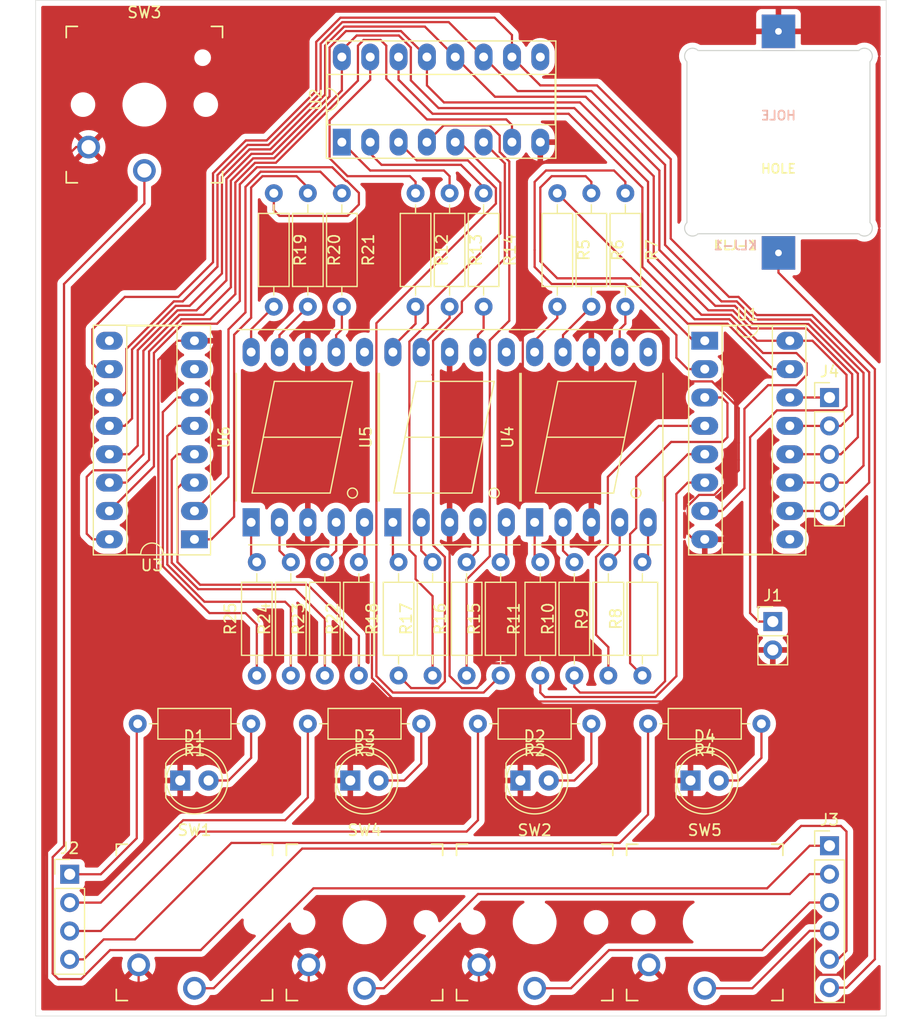
<source format=kicad_pcb>
(kicad_pcb (version 20240108) (generator "pcbnew") (generator_version "8.0")
  (layers (0 "F.Cu" signal) (31 "B.Cu" signal) (34 "B.Paste" user) (35 "F.Paste" user) (36 "B.SilkS" user "B.Silkscreen") (37 "F.SilkS" user "F.Silkscreen") (38 "B.Mask" user) (39 "F.Mask" user) (44 "Edge.Cuts" user))
  (net 0 "")
  (net 1 "VCC")
  (net 2 "/BTN_GRN")
  (net 3 "GND")
  (net 4 "/n_ENABLE")
  (net 5 "/DATAIN_DISP_1")
  (net 6 "/LED_GRN")
  (net 7 "/BTN_RED")
  (net 8 "/LED_TURQ")
  (net 9 "/BTN_START")
  (net 10 "/LED_RED")
  (net 11 "/LATCH_CLK")
  (net 12 "/n_RESET")
  (net 13 "/BTN_YLW")
  (net 14 "/SHIFT_CLK")
  (net 15 "/LED_YLW")
  (net 16 "/BTN_TURQ")
  (net 17 "/BUZZER")
  (net 18 "Net-(D1-A)")
  (net 19 "Net-(D2-A)")
  (net 20 "Net-(D3-A)")
  (net 21 "Net-(D4-A)")
  (net 22 "Net-(U1-QA)")
  (net 23 "Net-(U4-A)")
  (net 24 "Net-(U1-QB)")
  (net 25 "Net-(U4-B)")
  (net 26 "Net-(U1-QC)")
  (net 27 "Net-(U4-C)")
  (net 28 "Net-(U1-QD)")
  (net 29 "Net-(U4-D)")
  (net 30 "Net-(U4-E)")
  (net 31 "Net-(U1-QE)")
  (net 32 "Net-(U1-QF)")
  (net 33 "Net-(U4-F)")
  (net 34 "Net-(U1-QG)")
  (net 35 "Net-(U4-G)")
  (net 36 "Net-(U2-QA)")
  (net 37 "Net-(U5-A)")
  (net 38 "Net-(U2-QB)")
  (net 39 "Net-(U5-B)")
  (net 40 "Net-(U5-C)")
  (net 41 "Net-(U2-QC)")
  (net 42 "Net-(U2-QD)")
  (net 43 "Net-(U5-D)")
  (net 44 "Net-(U5-E)")
  (net 45 "Net-(U2-QE)")
  (net 46 "Net-(U2-QF)")
  (net 47 "Net-(U5-F)")
  (net 48 "Net-(U2-QG)")
  (net 49 "Net-(U5-G)")
  (net 50 "Net-(U3-QA)")
  (net 51 "Net-(U6-A)")
  (net 52 "Net-(U3-QB)")
  (net 53 "Net-(U6-B)")
  (net 54 "Net-(U6-C)")
  (net 55 "Net-(U3-QC)")
  (net 56 "Net-(U3-QD)")
  (net 57 "Net-(U6-D)")
  (net 58 "Net-(U3-QE)")
  (net 59 "Net-(U6-E)")
  (net 60 "Net-(U3-QF)")
  (net 61 "Net-(U6-F)")
  (net 62 "Net-(U3-QG)")
  (net 63 "Net-(U6-G)")
  (net 65 "/DATAIN_DISP_10")
  (net 66 "/DATAIN_DISP100")
  (footprint "Resistor_THT:R_Axial_DIN0207_L6.3mm_D2.5mm_P10.16mm_Horizontal" (layer "F.Cu") (at 94.488 94.234 180)
    (property "Reference" "R4")
    (property "Value" "180")
  )
  (footprint "Resistor_THT:R_Axial_DIN0207_L6.3mm_D2.5mm_P10.16mm_Horizontal" (layer "F.Cu") (at 74.676 89.916 90)
    (property "Reference" "R11")
    (property "Value" "390")
  )
  (footprint "Display_7Segment:7SegmentLED_LTS6760_LTS6780" (layer "F.Cu") (at 61.468 76.2 90)
    (property "Reference" "U5")
    (property "Value" "SC52-11EWA")
  )
  (footprint "Display_7Segment:7SegmentLED_LTS6760_LTS6780" (layer "F.Cu") (at 48.768 76.2 90)
    (property "Reference" "U6")
    (property "Value" "SC52-11EWA")
  )
  (footprint "Resistor_THT:R_Axial_DIN0207_L6.3mm_D2.5mm_P10.16mm_Horizontal" (layer "F.Cu") (at 77.724 89.916 90)
    (property "Reference" "R10")
    (property "Value" "390")
  )
  (footprint "KiCad kirjastot:Piezo-KLJ-1625" (layer "F.Cu") (at 96.012 42.164 180)
    (property "Reference" "KLJ-1")
    (property "Value" "Buzzer")
    (fp_line (start 8.2 7.2) (end 8.2 -7.2) (stroke (width 0.1)) (layer "Edge.Cuts"))
    (fp_line (start 7.2 -8.2) (end -7.2 -8.2) (stroke (width 0.1)) (layer "Edge.Cuts"))
    (fp_line (start -7.2 8.2) (end 7.2 8.2) (stroke (width 0.1)) (layer "Edge.Cuts"))
    (fp_line (start -8.2 -7.2) (end -8.2 7.2) (stroke (width 0.1)) (layer "Edge.Cuts"))
    (fp_arc (start 8.2 7.2) (mid 8.2 8.2) (end 7.2 8.2) (stroke (width 0.1)) (layer "Edge.Cuts"))
    (fp_arc (start 7.2 -8.2) (mid 8.2 -8.2) (end 8.2 -7.2) (stroke (width 0.1)) (layer "Edge.Cuts"))
    (fp_arc (start -7.2 8.2) (mid -8.2 8.2) (end -8.2 7.2) (stroke (width 0.1)) (layer "Edge.Cuts"))
    (fp_arc (start -8.2 -7.2) (mid -8.2 -8.2) (end -7.2 -8.2) (stroke (width 0.1)) (layer "Edge.Cuts"))
  )
  (footprint "KiCad kirjastot:SW_PG1350" (layer "F.Cu") (at 39.204 38.804)
    (property "Reference" "SW3")
    (property "Value" "Kailh Choc v1")
  )
  (footprint "Connector_PinHeader_2.54mm:PinHeader_1x05_P2.54mm_Vertical" (layer "F.Cu") (at 100.584 65.029)
    (property "Reference" "J4")
    (property "Value" "Conn_01x05_Pin")
  )
  (footprint "Resistor_THT:R_Axial_DIN0207_L6.3mm_D2.5mm_P10.16mm_Horizontal" (layer "F.Cu") (at 55.372 89.916 90)
    (property "Reference" "R23")
    (property "Value" "390")
  )
  (footprint "LED_THT:LED_D5.0mm" (layer "F.Cu") (at 88.133 99.314)
    (property "Reference" "D4")
    (property "Value" "LED_Green")
  )
  (footprint "Display_7Segment:7SegmentLED_LTS6760_LTS6780" (layer "F.Cu") (at 74.168 76.2 90)
    (property "Reference" "U4")
    (property "Value" "SC52-11EWA")
  )
  (footprint "Resistor_THT:R_Axial_DIN0207_L6.3mm_D2.5mm_P10.16mm_Horizontal" (layer "F.Cu") (at 79.248 94.234 180)
    (property "Reference" "R2")
    (property "Value" "2000")
  )
  (footprint "Resistor_THT:R_Axial_DIN0207_L6.3mm_D2.5mm_P10.16mm_Horizontal" (layer "F.Cu") (at 76.2 46.736 -90)
    (property "Reference" "R5")
    (property "Value" "390")
  )
  (footprint "KiCad kirjastot:SW_PG1350" (layer "F.Cu") (at 74.168 112.014)
    (property "Reference" "SW2")
    (property "Value" "Kailh Choc v1")
  )
  (footprint "Resistor_THT:R_Axial_DIN0207_L6.3mm_D2.5mm_P10.16mm_Horizontal" (layer "F.Cu") (at 79.248 46.736 -90)
    (property "Reference" "R6")
    (property "Value" "390")
  )
  (footprint "Resistor_THT:R_Axial_DIN0207_L6.3mm_D2.5mm_P10.16mm_Horizontal" (layer "F.Cu") (at 56.896 46.736 -90)
    (property "Reference" "R21")
    (property "Value" "390")
  )
  (footprint "Resistor_THT:R_Axial_DIN0207_L6.3mm_D2.5mm_P10.16mm_Horizontal" (layer "F.Cu") (at 61.976 89.916 90)
    (property "Reference" "R18")
    (property "Value" "390")
  )
  (footprint "Resistor_THT:R_Axial_DIN0207_L6.3mm_D2.5mm_P10.16mm_Horizontal" (layer "F.Cu") (at 83.82 89.916 90)
    (property "Reference" "R8")
    (property "Value" "390")
  )
  (footprint "KiCad kirjastot:SW_PG1350" (layer "F.Cu") (at 58.928 112.014)
    (property "Reference" "SW4")
    (property "Value" "Kailh Choc v1")
  )
  (footprint "Resistor_THT:R_Axial_DIN0207_L6.3mm_D2.5mm_P10.16mm_Horizontal" (layer "F.Cu") (at 66.548 46.736 -90)
    (property "Reference" "R13")
    (property "Value" "390")
  )
  (footprint "Resistor_THT:R_Axial_DIN0207_L6.3mm_D2.5mm_P10.16mm_Horizontal" (layer "F.Cu") (at 71.12 89.916 90)
    (property "Reference" "R15")
    (property "Value" "390")
  )
  (footprint "LED_THT:LED_D5.0mm" (layer "F.Cu") (at 72.893 99.314)
    (property "Reference" "D2")
    (property "Value" "LED_Red")
  )
  (footprint "LED_THT:LED_D5.0mm" (layer "F.Cu") (at 42.413 99.314)
    (property "Reference" "D1")
    (property "Value" "LED_Turquoise")
  )
  (footprint "Package_DIP:DIP-16_W7.62mm_Socket_LongPads" (layer "F.Cu") (at 43.688 77.724 180)
    (property "Reference" "U3")
    (property "Value" "74HC595")
  )
  (footprint "Resistor_THT:R_Axial_DIN0207_L6.3mm_D2.5mm_P10.16mm_Horizontal" (layer "F.Cu") (at 63.5 46.736 -90)
    (property "Reference" "R12")
    (property "Value" "390")
  )
  (footprint "Resistor_THT:R_Axial_DIN0207_L6.3mm_D2.5mm_P10.16mm_Horizontal" (layer "F.Cu") (at 82.296 46.736 -90)
    (property "Reference" "R7")
    (property "Value" "390")
  )
  (footprint "Package_DIP:DIP-16_W7.62mm_Socket_LongPads" (layer "F.Cu") (at 89.408 59.944)
    (property "Reference" "U1")
    (property "Value" "74HC595")
  )
  (footprint "KiCad kirjastot:SW_PG1350" (layer "F.Cu") (at 43.688 112.014)
    (property "Reference" "SW1")
    (property "Value" "Kailh Choc v1")
  )
  (footprint "Resistor_THT:R_Axial_DIN0207_L6.3mm_D2.5mm_P10.16mm_Horizontal" (layer "F.Cu") (at 64.008 94.234 180)
    (property "Reference" "R3")
    (property "Value" "180")
  )
  (footprint "Resistor_THT:R_Axial_DIN0207_L6.3mm_D2.5mm_P10.16mm_Horizontal" (layer "F.Cu") (at 49.276 89.916 90)
    (property "Reference" "R25")
    (property "Value" "390")
  )
  (footprint "Package_DIP:DIP-16_W7.62mm_Socket_LongPads" (layer "F.Cu") (at 56.896 42.164 90)
    (property "Reference" "U2")
    (property "Value" "74HC595")
  )
  (footprint "Connector_PinHeader_2.54mm:PinHeader_1x06_P2.54mm_Vertical" (layer "F.Cu") (at 100.584 105.156)
    (property "Reference" "J3")
    (property "Value" "Conn_01x06_Pin")
  )
  (footprint "Resistor_THT:R_Axial_DIN0207_L6.3mm_D2.5mm_P10.16mm_Horizontal" (layer "F.Cu") (at 50.8 46.736 -90)
    (property "Reference" "R19")
    (property "Value" "390")
  )
  (footprint "Connector_PinHeader_2.54mm:PinHeader_1x04_P2.54mm_Vertical" (layer "F.Cu") (at 32.512 107.706)
    (property "Reference" "J2")
    (property "Value" "Conn_01x04_Pin")
  )
  (footprint "Resistor_THT:R_Axial_DIN0207_L6.3mm_D2.5mm_P10.16mm_Horizontal" (layer "F.Cu") (at 53.848 46.736 -90)
    (property "Reference" "R20")
    (property "Value" "390")
  )
  (footprint "KiCad kirjastot:SW_PG1350" (layer "F.Cu") (at 89.408 112.014)
    (property "Reference" "SW5")
    (property "Value" "Kailh Choc v1")
  )
  (footprint "LED_THT:LED_D5.0mm" (layer "F.Cu") (at 57.653 99.314)
    (property "Reference" "D3")
    (property "Value" "LED_Yellow")
  )
  (footprint "Connector_PinHeader_2.54mm:PinHeader_1x02_P2.54mm_Vertical" (layer "F.Cu") (at 95.504 85.085)
    (property "Reference" "J1")
    (property "Value" "Conn_01x02_Pin")
  )
  (footprint "Resistor_THT:R_Axial_DIN0207_L6.3mm_D2.5mm_P10.16mm_Horizontal" (layer "F.Cu") (at 69.596 46.736 -90)
    (property "Reference" "R14")
    (property "Value" "390")
  )
  (footprint "Resistor_THT:R_Axial_DIN0207_L6.3mm_D2.5mm_P10.16mm_Horizontal" (layer "F.Cu") (at 68.072 89.916 90)
    (property "Reference" "R16")
    (property "Value" "390")
  )
  (footprint "Resistor_THT:R_Axial_DIN0207_L6.3mm_D2.5mm_P10.16mm_Horizontal" (layer "F.Cu") (at 80.772 89.916 90)
    (property "Reference" "R9")
    (property "Value" "390")
  )
  (footprint "Resistor_THT:R_Axial_DIN0207_L6.3mm_D2.5mm_P10.16mm_Horizontal" (layer "F.Cu") (at 65.024 89.916 90)
    (property "Reference" "R17")
    (property "Value" "390")
  )
  (footprint "Resistor_THT:R_Axial_DIN0207_L6.3mm_D2.5mm_P10.16mm_Horizontal" (layer "F.Cu") (at 58.42 89.916 90)
    (property "Reference" "R22")
    (property "Value" "390")
  )
  (footprint "Resistor_THT:R_Axial_DIN0207_L6.3mm_D2.5mm_P10.16mm_Horizontal" (layer "F.Cu") (at 52.324 89.916 90)
    (property "Reference" "R24")
    (property "Value" "390")
  )
  (footprint "Resistor_THT:R_Axial_DIN0207_L6.3mm_D2.5mm_P10.16mm_Horizontal" (layer "F.Cu") (at 48.768 94.234 180)
    (property "Reference" "R1")
    (property "Value" "680")
  )
  (gr_rect (start 29.464 29.464) (end 105.664 120.396) (stroke (width 0.05)) (fill none) (layer "Edge.Cuts"))
  (segment (start 94.229 85.085) (end 93.472 84.328) (width 0.2) (layer "F.Cu") (net 1))
  (segment (start 42.340628 57.62) (end 44.488 57.62) (width 0.2) (layer "F.Cu") (net 1))
  (segment (start 84.328 52.832) (end 84.328 45.72) (width 0.2) (layer "F.Cu") (net 1))
  (segment (start 34.036 72.136) (end 34.628 71.544) (width 0.2) (layer "F.Cu") (net 1))
  (segment (start 65.560843 39.116) (end 63.076 36.631157) (width 0.2) (layer "F.Cu") (net 1))
  (segment (start 46.952 45.613785) (end 48.953785 43.612) (width 0.2) (layer "F.Cu") (net 1))
  (segment (start 93.472 68.58) (end 95.873 66.179) (width 0.2) (layer "F.Cu") (net 1))
  (segment (start 93.472 84.328) (end 93.472 68.58) (width 0.2) (layer "F.Cu") (net 1))
  (segment (start 77.724 39.116) (end 65.560843 39.116) (width 0.2) (layer "F.Cu") (net 1))
  (segment (start 36.068 77.724) (end 34.544 77.724) (width 0.2) (layer "F.Cu") (net 1))
  (segment (start 91.771372 57.62) (end 89.116 57.62) (width 0.2) (layer "F.Cu") (net 1))
  (segment (start 44.488 57.62) (end 46.952 55.156) (width 0.2) (layer "F.Cu") (net 1))
  (segment (start 101.734 66.179) (end 102.108 65.805) (width 0.2) (layer "F.Cu") (net 1))
  (segment (start 56.896 37.534314) (end 56.896 34.544) (width 0.2) (layer "F.Cu") (net 1))
  (segment (start 39.116 60.844628) (end 42.340628 57.62) (width 0.2) (layer "F.Cu") (net 1))
  (segment (start 99.06 59.944) (end 97.028 59.944) (width 0.2) (layer "F.Cu") (net 1))
  (segment (start 102.108 65.805) (end 102.108 62.992) (width 0.2) (layer "F.Cu") (net 1))
  (segment (start 62.007635 32.62) (end 58.22 32.62) (width 0.2) (layer "F.Cu") (net 1))
  (segment (start 102.108 62.992) (end 99.06 59.944) (width 0.2) (layer "F.Cu") (net 1))
  (segment (start 94.095372 59.944) (end 91.771372 57.62) (width 0.2) (layer "F.Cu") (net 1))
  (segment (start 48.953785 43.612) (end 50.818314 43.612) (width 0.2) (layer "F.Cu") (net 1))
  (segment (start 97.028 59.944) (end 94.095372 59.944) (width 0.2) (layer "F.Cu") (net 1))
  (segment (start 39.116 70.104) (end 39.116 60.844628) (width 0.2) (layer "F.Cu") (net 1))
  (segment (start 34.544 77.724) (end 34.036 77.216) (width 0.2) (layer "F.Cu") (net 1))
  (segment (start 63.076 33.688365) (end 62.007635 32.62) (width 0.2) (layer "F.Cu") (net 1))
  (segment (start 58.22 32.62) (end 56.896 33.944) (width 0.2) (layer "F.Cu") (net 1))
  (segment (start 84.328 45.72) (end 77.724 39.116) (width 0.2) (layer "F.Cu") (net 1))
  (segment (start 34.628 71.544) (end 37.676 71.544) (width 0.2) (layer "F.Cu") (net 1))
  (segment (start 63.076 36.631157) (end 63.076 33.688365) (width 0.2) (layer "F.Cu") (net 1))
  (segment (start 95.504 85.085) (end 94.229 85.085) (width 0.2) (layer "F.Cu") (net 1))
  (segment (start 34.036 77.216) (end 34.036 72.136) (width 0.2) (layer "F.Cu") (net 1))
  (segment (start 50.818314 43.612) (end 56.896 37.534314) (width 0.2) (layer "F.Cu") (net 1))
  (segment (start 56.896 33.944) (end 56.896 34.544) (width 0.2) (layer "F.Cu") (net 1))
  (segment (start 95.873 66.179) (end 101.734 66.179) (width 0.2) (layer "F.Cu") (net 1))
  (segment (start 46.952 55.156) (end 46.952 45.613785) (width 0.2) (layer "F.Cu") (net 1))
  (segment (start 89.116 57.62) (end 84.328 52.832) (width 0.2) (layer "F.Cu") (net 1))
  (segment (start 37.676 71.544) (end 39.116 70.104) (width 0.2) (layer "F.Cu") (net 1))
  (segment (start 93.668 117.914) (end 89.408 117.914) (width 0.2) (layer "F.Cu") (net 2))
  (segment (start 100.584 112.776) (end 98.806 112.776) (width 0.2) (layer "F.Cu") (net 2))
  (segment (start 98.806 112.776) (end 93.668 117.914) (width 0.2) (layer "F.Cu") (net 2))
  (segment (start 103.124 103.124) (end 101.6 101.6) (width 0.2) (layer "F.Cu") (net 3))
  (segment (start 31.496 30.48) (end 90.932 30.48) (width 0.2) (layer "F.Cu") (net 3))
  (segment (start 80.588 119.634) (end 69.088 119.634) (width 0.2) (layer "F.Cu") (net 3))
  (segment (start 38.688 119.554) (end 38.608 119.634) (width 0.2) (layer "F.Cu") (net 3))
  (segment (start 88.133 93.797) (end 86.576 92.24) (width 0.2) (layer "F.Cu") (net 3))
  (segment (start 66.548 60.96) (end 66.548 76.2) (width 0.2) (layer "F.Cu") (net 3))
  (segment (start 70.272 88.816) (end 72.067818 88.816) (width 0.2) (layer "F.Cu") (net 3))
  (segment (start 69.596 89.492) (end 70.272 88.816) (width 0.2) (layer "F.Cu") (net 3))
  (segment (start 69.168 119.554) (end 69.088 119.634) (width 0.2) (layer "F.Cu") (net 3))
  (segment (start 30.48 45.212) (end 33.088 42.604) (width 0.2) (layer "F.Cu") (net 3))
  (segment (start 48.26 91.948) (end 61.976 91.948) (width 0.2) (layer "F.Cu") (net 3))
  (segment (start 99.142827 116.706) (end 101.651173 116.706) (width 0.2) (layer "F.Cu") (net 3))
  (segment (start 73.106 62.946) (end 73.744 63.584) (width 0.2) (layer "F.Cu") (net 3))
  (segment (start 42.164 59.944) (end 40.456 61.652) (width 0.2) (layer "F.Cu") (net 3))
  (segment (start 90.263635 73.744) (end 92.456 71.551635) (width 0.2) (layer "F.Cu") (net 3))
  (segment (start 84.408 115.814) (end 80.588 119.634) (width 0.2) (layer "F.Cu") (net 3))
  (segment (start 86.576 92.24) (end 89.408 89.408) (width 0.2) (layer "F.Cu") (net 3))
  (segment (start 95.504 87.625) (end 91.191 87.625) (width 0.2) (layer "F.Cu") (net 3))
  (segment (start 57.653 99.314) (end 57.653 95.705314) (width 0.2) (layer "F.Cu") (net 3))
  (segment (start 61.410314 91.948) (end 61.976 91.948) (width 0.2) (layer "F.Cu") (net 3))
  (segment (start 92.456 69.088) (end 92.456 70.612) (width 0.2) (layer "F.Cu") (net 3))
  (segment (start 89.408 77.724) (end 88.392 77.724) (width 0.2) (layer "F.Cu") (net 3))
  (segment (start 101.6 101.6) (end 88.9 101.6) (width 0.2) (layer "F.Cu") (net 3))
  (segment (start 69.596 90.424) (end 69.596 89.492) (width 0.2) (layer "F.Cu") (net 3))
  (segment (start 89.408 89.408) (end 89.408 77.724) (width 0.2) (layer "F.Cu") (net 3))
  (segment (start 53.848 80.264) (end 59.59 86.006) (width 0.2) (layer "F.Cu") (net 3))
  (segment (start 43.688 59.944) (end 42.164 59.944) (width 0.2) (layer "F.Cu") (net 3))
  (segment (start 72.893 92.621) (end 72.22 91.948) (width 0.2) (layer "F.Cu") (net 3))
  (segment (start 88.133 99.314) (end 88.133 93.797) (width 0.2) (layer "F.Cu") (net 3))
  (segment (start 72.893 99.314) (end 72.893 92.621) (width 0.2) (layer "F.Cu") (net 3))
  (segment (start 59.59 90.127686) (end 61.410314 91.948) (width 0.2) (layer "F.Cu") (net 3))
  (segment (start 73.152 45.212) (end 73.152 55.372) (width 0.2) (layer "F.Cu") (net 3))
  (segment (start 74.676 42.164) (end 74.676 43.688) (width 0.2) (layer "F.Cu") (net 3))
  (segment (start 87.884 74.752365) (end 88.892365 73.744) (width 0.2) (layer "F.Cu") (net 3))
  (segment (start 72.067818 88.816) (end 72.644 89.392182) (width 0.2) (layer "F.Cu") (net 3))
  (segment (start 42.413 99.314) (end 42.413 97.795) (width 0.2) (layer "F.Cu") (net 3))
  (segment (start 33.088 42.604) (end 34.204 42.604) (width 0.2) (layer "F.Cu") (net 3))
  (segment (start 67.640365 91.04) (end 68.98 91.04) (width 0.2) (layer "F.Cu") (net 3))
  (segment (start 40.456 61.652) (end 40.456 84.144) (width 0.2) (layer "F.Cu") (net 3))
  (segment (start 96.214827 119.634) (end 99.142827 116.706) (width 0.2) (layer "F.Cu") (net 3))
  (segment (start 72.644 91.524) (end 72.22 91.948) (width 0.2) (layer "F.Cu") (net 3))
  (segment (start 69.168 115.814) (end 69.168 119.554) (width 0.2) (layer "F.Cu") (net 3))
  (segment (start 66.548 76.2) (end 66.548 89.947635) (width 0.2) (layer "F.Cu") (net 3))
  (segment (start 92.70033 32.24833) (end 96.012 32.24833) (width 0.2) (layer "F.Cu") (net 3))
  (segment (start 79.332 63.584) (end 90.057686 63.584) (width 0.2) (layer "F.Cu") (net 3))
  (segment (start 68.98 91.04) (end 69.596 90.424) (width 0.2) (layer "F.Cu") (net 3))
  (segment (start 38.608 119.634) (end 32.512 119.634) (width 0.2) (layer "F.Cu") (net 3))
  (segment (start 92.456 71.551635) (end 92.456 70.612) (width 0.2) (layer "F.Cu") (net 3))
  (segment (start 103.124 115.233173) (end 103.124 103.124) (width 0.2) (layer "F.Cu") (net 3))
  (segment (start 42.413 97.795) (end 48.26 91.948) (width 0.2) (layer "F.Cu") (net 3))
  (segment (start 40.456 84.144) (end 48.26 91.948) (width 0.2) (layer "F.Cu") (net 3))
  (segment (start 32.512 119.634) (end 30.48 117.602) (width 0.2) (layer "F.Cu") (net 3))
  (segment (start 69.088 119.634) (end 53.848 119.634) (width 0.2) (layer "F.Cu") (net 3))
  (segment (start 88.9 101.6) (end 88.133 100.833) (width 0.2) (layer "F.Cu") (net 3))
  (segment (start 53.928 119.554) (end 53.848 119.634) (width 0.2) (layer "F.Cu") (net 3))
  (segment (start 87.884 77.216) (end 87.884 74.752365) (width 0.2) (layer "F.Cu") (net 3))
  (segment (start 88.133 100.833) (end 88.133 99.314) (width 0.2) (layer "F.Cu") (net 3))
  (segment (start 90.932 30.48) (end 92.70033 32.24833) (width 0.2) (layer "F.Cu") (net 3))
  (segment (start 72.512 92.24) (end 86.576 92.24) (width 0.2) (layer "F.Cu") (net 3))
  (segment (start 53.848 119.634) (end 38.608 119.634) (width 0.2) (layer "F.Cu") (net 3))
  (segment (start 80.588 119.634) (end 96.214827 119.634) (width 0.2) (layer "F.Cu") (net 3))
  (segment (start 73.152 55.372) (end 73.106 55.418) (width 0.2) (layer "F.Cu") (net 3))
  (segment (start 88.392 77.724) (end 87.884 77.216) (width 0.2) (layer "F.Cu") (net 3))
  (segment (start 53.848 60.96) (end 53.848 76.2) (width 0.2) (layer "F.Cu") (net 3))
  (segment (start 66.548 89.947635) (end 67.640365 91.04) (width 0.2) (layer "F.Cu") (net 3))
  (segment (start 91.191 87.625) (end 89.408 89.408) (width 0.2) (layer "F.Cu") (net 3))
  (segment (start 88.892365 73.744) (end 90.263635 73.744) (width 0.2) (layer "F.Cu") (net 3))
  (segment (start 79.248 60.96) (end 79.248 63.5) (width 0.2) (layer "F.Cu") (net 3))
  (segment (start 101.651173 116.706) (end 103.124 115.233173) (width 0.2) (layer "F.Cu") (net 3))
  (segment (start 30.48 31.496) (end 31.496 30.48) (width 0.2) (layer "F.Cu") (net 3))
  (segment (start 92.456 65.982314) (end 92.456 69.088) (width 0.2) (layer "F.Cu") (net 3))
  (segment (start 90.057686 63.584) (end 92.456 65.982314) (width 0.2) (layer "F.Cu") (net 3))
  (segment (start 61.976 91.948) (end 72.22 91.948) (width 0.2) (layer "F.Cu") (net 3))
  (segment (start 53.848 76.2) (end 53.848 80.264) (width 0.2) (layer "F.Cu") (net 3))
  (segment (start 57.653 95.705314) (end 61.410314 91.948) (width 0.2) (layer "F.Cu") (net 3))
  (segment (start 30.48 45.212) (end 30.48 31.496) (width 0.2) (layer "F.Cu") (net 3))
  (segment (start 30.48 117.602) (end 30.48 45.212) (width 0.2) (layer "F.Cu") (net 3))
  (segment (start 74.676 43.688) (end 73.152 45.212) (width 0.2) (layer "F.Cu") (net 3))
  (segment (start 59.59 86.006) (end 59.59 90.127686) (width 0.2) (layer "F.Cu") (net 3))
  (segment (start 73.106 55.418) (end 73.106 62.946) (width 0.2) (layer "F.Cu") (net 3))
  (segment (start 72.644 89.392182) (end 72.644 91.524) (width 0.2) (layer "F.Cu") (net 3))
  (segment (start 73.744 63.584) (end 79.164 63.584) (width 0.2) (layer "F.Cu") (net 3))
  (segment (start 79.248 63.5) (end 79.248 76.2) (width 0.2) (layer "F.Cu") (net 3))
  (segment (start 38.688 115.814) (end 38.688 119.554) (width 0.2) (layer "F.Cu") (net 3))
  (segment (start 72.22 91.948) (end 72.512 92.24) (width 0.2) (layer "F.Cu") (net 3))
  (segment (start 53.928 115.814) (end 53.928 119.554) (width 0.2) (layer "F.Cu") (net 3))
  (segment (start 89.732 57.22) (end 84.836 52.324) (width 0.2) (layer "F.Cu") (net 4))
  (segment (start 46.552 45.448099) (end 48.788099 43.212) (width 0.2) (layer "F.Cu") (net 4))
  (segment (start 102.616 66.548) (end 102.616 62.934314) (width 0.2) (layer "F.Cu") (net 4))
  (segment (start 97.028 67.564) (end 97.536 67.564) (width 0.2) (layer "F.Cu") (net 4))
  (segment (start 64.516 37.084) (end 64.516 34.544) (width 0.2) (layer "F.Cu") (net 4))
  (segment (start 37.84 70.104) (end 38.608 69.336) (width 0.2) (layer "F.Cu") (net 4))
  (segment (start 38.608 69.336) (end 38.608 60.786942) (width 0.2) (layer "F.Cu") (net 4))
  (segment (start 42.174942 57.22) (end 43.872 57.22) (width 0.2) (layer "F.Cu") (net 4))
  (segment (start 84.836 45.212) (end 78.232 38.608) (width 0.2) (layer "F.Cu") (net 4))
  (segment (start 62.192 32.22) (end 64.516 34.544) (width 0.2) (layer "F.Cu") (net 4))
  (segment (start 78.232 38.608) (end 66.04 38.608) (width 0.2) (layer "F.Cu") (net 4))
  (segment (start 50.652628 43.212) (end 55.796 38.068628) (width 0.2) (layer "F.Cu") (net 4))
  (segment (start 97.541 67.569) (end 100.584 67.569) (width 0.2) (layer "F.Cu") (net 4))
  (segment (start 38.608 60.786942) (end 42.174942 57.22) (width 0.2) (layer "F.Cu") (net 4))
  (segment (start 46.552 54.54) (end 46.552 45.448099) (width 0.2) (layer "F.Cu") (net 4))
  (segment (start 55.796 33.688365) (end 57.264365 32.22) (width 0.2) (layer "F.Cu") (net 4))
  (segment (start 97.536 67.564) (end 97.541 67.569) (width 0.2) (layer "F.Cu") (net 4))
  (segment (start 57.264365 32.22) (end 62.192 32.22) (width 0.2) (layer "F.Cu") (net 4))
  (segment (start 55.796 38.068628) (end 55.796 33.688365) (width 0.2) (layer "F.Cu") (net 4))
  (segment (start 48.788099 43.212) (end 50.652628 43.212) (width 0.2) (layer "F.Cu") (net 4))
  (segment (start 36.068 70.104) (end 37.84 70.104) (width 0.2) (layer "F.Cu") (net 4))
  (segment (start 43.872 57.22) (end 46.552 54.54) (width 0.2) (layer "F.Cu") (net 4))
  (segment (start 102.616 62.934314) (end 98.525686 58.844) (width 0.2) (layer "F.Cu") (net 4))
  (segment (start 100.584 67.569) (end 101.595 67.569) (width 0.2) (layer "F.Cu") (net 4))
  (segment (start 91.937058 57.22) (end 89.732 57.22) (width 0.2) (layer "F.Cu") (net 4))
  (segment (start 101.595 67.569) (end 102.616 66.548) (width 0.2) (layer "F.Cu") (net 4))
  (segment (start 98.525686 58.844) (end 93.561058 58.844) (width 0.2) (layer "F.Cu") (net 4))
  (segment (start 97.028 67.564) (end 98.552 67.564) (width 0.2) (layer "F.Cu") (net 4))
  (segment (start 84.836 52.324) (end 84.836 45.212) (width 0.2) (layer "F.Cu") (net 4))
  (segment (start 93.561058 58.844) (end 91.937058 57.22) (width 0.2) (layer "F.Cu") (net 4))
  (segment (start 66.04 38.608) (end 64.516 37.084) (width 0.2) (layer "F.Cu") (net 4))
  (segment (start 100.579 65.024) (end 100.584 65.029) (width 0.2) (layer "F.Cu") (net 5))
  (segment (start 97.028 65.024) (end 100.579 65.024) (width 0.2) (layer "F.Cu") (net 5))
  (segment (start 84.328 102.362) (end 84.328 94.234) (width 0.2) (layer "F.Cu") (net 6))
  (segment (start 46.998329 104.902) (end 81.788 104.902) (width 0.2) (layer "F.Cu") (net 6))
  (segment (start 35.56 113.538) (end 38.362329 113.538) (width 0.2) (layer "F.Cu") (net 6))
  (segment (start 33.772 115.326) (end 35.56 113.538) (width 0.2) (layer "F.Cu") (net 6))
  (segment (start 81.788 104.902) (end 84.328 102.362) (width 0.2) (layer "F.Cu") (net 6))
  (segment (start 38.362329 113.538) (end 46.998329 104.902) (width 0.2) (layer "F.Cu") (net 6))
  (segment (start 32.512 115.326) (end 33.772 115.326) (width 0.2) (layer "F.Cu") (net 6))
  (segment (start 77.412 117.914) (end 74.168 117.914) (width 0.2) (layer "F.Cu") (net 7))
  (segment (start 94.544 114.498) (end 80.828 114.498) (width 0.2) (layer "F.Cu") (net 7))
  (segment (start 80.828 114.498) (end 77.412 117.914) (width 0.2) (layer "F.Cu") (net 7))
  (segment (start 100.584 110.236) (end 98.806 110.236) (width 0.2) (layer "F.Cu") (net 7))
  (segment (start 98.806 110.236) (end 94.544 114.498) (width 0.2) (layer "F.Cu") (net 7))
  (segment (start 38.52 104.482) (end 38.52 94.116) (width 0.2) (layer "F.Cu") (net 8))
  (segment (start 32.512 107.706) (end 35.296 107.706) (width 0.2) (layer "F.Cu") (net 8))
  (segment (start 35.296 107.706) (end 38.52 104.482) (width 0.2) (layer "F.Cu") (net 8))
  (segment (start 100.584 115.316) (end 101.346 115.316) (width 0.2) (layer "F.Cu") (net 9))
  (segment (start 53.34 105.41) (end 44.252 114.498) (width 0.2) (layer "F.Cu") (net 9))
  (segment (start 32.004 54.864) (end 39.204 47.664) (width 0.2) (layer "F.Cu") (net 9))
  (segment (start 30.988 106.172) (end 32.004 105.156) (width 0.2) (layer "F.Cu") (net 9))
  (segment (start 102.108 114.554) (end 102.108 103.886) (width 0.2) (layer "F.Cu") (net 9))
  (segment (start 44.252 114.498) (end 36.124 114.498) (width 0.2) (layer "F.Cu") (net 9))
  (segment (start 96.012 105.41) (end 53.34 105.41) (width 0.2) (layer "F.Cu") (net 9))
  (segment (start 101.346 115.316) (end 102.108 114.554) (width 0.2) (layer "F.Cu") (net 9))
  (segment (start 39.204 47.664) (end 39.204 44.704) (width 0.2) (layer "F.Cu") (net 9))
  (segment (start 101.6 103.378) (end 98.044 103.378) (width 0.2) (layer "F.Cu") (net 9))
  (segment (start 32.004 105.156) (end 32.004 54.864) (width 0.2) (layer "F.Cu") (net 9))
  (segment (start 98.044 103.378) (end 96.012 105.41) (width 0.2) (layer "F.Cu") (net 9))
  (segment (start 102.108 103.886) (end 101.6 103.378) (width 0.2) (layer "F.Cu") (net 9))
  (segment (start 31.496 117.094) (end 30.988 116.586) (width 0.2) (layer "F.Cu") (net 9))
  (segment (start 36.124 114.498) (end 33.528 117.094) (width 0.2) (layer "F.Cu") (net 9))
  (segment (start 30.988 116.586) (end 30.988 106.172) (width 0.2) (layer "F.Cu") (net 9))
  (segment (start 33.528 117.094) (end 31.496 117.094) (width 0.2) (layer "F.Cu") (net 9))
  (segment (start 44.196 103.886) (end 68.072 103.886) (width 0.2) (layer "F.Cu") (net 10))
  (segment (start 69.088 94.234) (end 69.088 102.87) (width 0.2) (layer "F.Cu") (net 10))
  (segment (start 68.072 103.886) (end 69.088 102.87) (width 0.2) (layer "F.Cu") (net 10))
  (segment (start 32.512 112.786) (end 35.296 112.786) (width 0.2) (layer "F.Cu") (net 10))
  (segment (start 35.296 112.786) (end 44.196 103.886) (width 0.2) (layer "F.Cu") (net 10))
  (segment (start 64.332 31.82) (end 67.056 34.544) (width 0.2) (layer "F.Cu") (net 11))
  (segment (start 50.486942 42.812) (end 55.396 37.902942) (width 0.2) (layer "F.Cu") (net 11))
  (segment (start 103.124 68.58) (end 103.124 62.876628) (width 0.2) (layer "F.Cu") (net 11))
  (segment (start 93.726744 58.444) (end 92.102744 56.82) (width 0.2) (layer "F.Cu") (net 11))
  (segment (start 38.1 66.904) (end 38.1 60.729256) (width 0.2) (layer "F.Cu") (net 11))
  (segment (start 55.396 37.902942) (end 55.396 33.522679) (width 0.2) (layer "F.Cu") (net 11))
  (segment (start 85.344 44.704) (end 78.74 38.1) (width 0.2) (layer "F.Cu") (net 11))
  (segment (start 98.691372 58.444) (end 93.726744 58.444) (width 0.2) (layer "F.Cu") (net 11))
  (segment (start 90.348 56.82) (end 85.344 51.816) (width 0.2) (layer "F.Cu") (net 11))
  (segment (start 37.44 67.564) (end 38.1 66.904) (width 0.2) (layer "F.Cu") (net 11))
  (segment (start 97.028 70.104) (end 100.579 70.104) (width 0.2) (layer "F.Cu") (net 11))
  (segment (start 100.589 70.104) (end 101.6 70.104) (width 0.2) (layer "F.Cu") (net 11))
  (segment (start 55.396 33.522679) (end 55.630315 33.288365) (width 0.2) (layer "F.Cu") (net 11))
  (segment (start 100.579 70.104) (end 100.584 70.109) (width 0.2) (layer "F.Cu") (net 11))
  (segment (start 100.584 70.109) (end 100.589 70.104) (width 0.2) (layer "F.Cu") (net 11))
  (segment (start 38.1 60.729256) (end 42.009256 56.82) (width 0.2) (layer "F.Cu") (net 11))
  (segment (start 101.6 70.104) (end 103.124 68.58) (width 0.2) (layer "F.Cu") (net 11))
  (segment (start 70.612 38.1) (end 67.056 34.544) (width 0.2) (layer "F.Cu") (net 11))
  (segment (start 36.068 67.564) (end 37.44 67.564) (width 0.2) (layer "F.Cu") (net 11))
  (segment (start 43.256 56.82) (end 46.152 53.924) (width 0.2) (layer "F.Cu") (net 11))
  (segment (start 42.009256 56.82) (end 43.256 56.82) (width 0.2) (layer "F.Cu") (net 11))
  (segment (start 46.152 53.924) (end 46.152 45.282413) (width 0.2) (layer "F.Cu") (net 11))
  (segment (start 57.098679 31.82) (end 64.332 31.82) (width 0.2) (layer "F.Cu") (net 11))
  (segment (start 92.102744 56.82) (end 90.348 56.82) (width 0.2) (layer "F.Cu") (net 11))
  (segment (start 48.622413 42.812) (end 50.486942 42.812) (width 0.2) (layer "F.Cu") (net 11))
  (segment (start 46.152 45.282413) (end 48.622413 42.812) (width 0.2) (layer "F.Cu") (net 11))
  (segment (start 78.74 38.1) (end 70.612 38.1) (width 0.2) (layer "F.Cu") (net 11))
  (segment (start 55.630315 33.288365) (end 57.098679 31.82) (width 0.2) (layer "F.Cu") (net 11))
  (segment (start 103.124 62.876628) (end 98.691372 58.444) (width 0.2) (layer "F.Cu") (net 11))
  (segment (start 85.344 51.816) (end 85.344 44.704) (width 0.2) (layer "F.Cu") (net 11))
  (segment (start 54.830315 32.956993) (end 56.767307 31.02) (width 0.2) (layer "F.Cu") (net 12))
  (segment (start 70.58 31.02) (end 72.136 32.576) (width 0.2) (layer "F.Cu") (net 12))
  (segment (start 42.249157 56.02) (end 45.352 52.917157) (width 0.2) (layer "F.Cu") (net 12))
  (segment (start 99.06 75.184) (end 99.065 75.189) (width 0.2) (layer "F.Cu") (net 12))
  (segment (start 54.596 37.57157) (end 54.596 33.191307) (width 0.2) (layer "F.Cu") (net 12))
  (segment (start 104.14 72.644) (end 104.14 62.761256) (width 0.2) (layer "F.Cu") (net 12))
  (segment (start 36.068 62.484) (end 35.052 62.484) (width 0.2) (layer "F.Cu") (net 12))
  (segment (start 92.434116 56.02) (end 91.58 56.02) (width 0.2) (layer "F.Cu") (net 12))
  (segment (start 45.352 52.917157) (end 45.352 44.951041) (width 0.2) (layer "F.Cu") (net 12))
  (segment (start 94.058116 57.644) (end 92.434116 56.02) (width 0.2) (layer "F.Cu") (net 12))
  (segment (start 54.596 33.191307) (end 54.830315 32.956993) (width 0.2) (layer "F.Cu") (net 12))
  (segment (start 79.756 37.084) (end 74.676 37.084) (width 0.2) (layer "F.Cu") (net 12))
  (segment (start 35.052 62.484) (end 34.544 61.976) (width 0.2) (layer "F.Cu") (net 12))
  (segment (start 101.6 75.184) (end 104.14 72.644) (width 0.2) (layer "F.Cu") (net 12))
  (segment (start 86.36 50.8) (end 86.36 43.688) (width 0.2) (layer "F.Cu") (net 12))
  (segment (start 48.291041 42.012) (end 50.15557 42.012) (width 0.2) (layer "F.Cu") (net 12))
  (segment (start 99.065 75.189) (end 100.584 75.189) (width 0.2) (layer "F.Cu") (net 12))
  (segment (start 74.676 37.084) (end 72.136 34.544) (width 0.2) (layer "F.Cu") (net 12))
  (segment (start 99.06 75.184) (end 97.028 75.184) (width 0.2) (layer "F.Cu") (net 12))
  (segment (start 45.352 44.951041) (end 48.291041 42.012) (width 0.2) (layer "F.Cu") (net 12))
  (segment (start 50.15557 42.012) (end 54.596 37.57157) (width 0.2) (layer "F.Cu") (net 12))
  (segment (start 91.58 56.02) (end 86.36 50.8) (width 0.2) (layer "F.Cu") (net 12))
  (segment (start 37.452 56.02) (end 42.249157 56.02) (width 0.2) (layer "F.Cu") (net 12))
  (segment (start 104.14 62.761256) (end 99.022744 57.644) (width 0.2) (layer "F.Cu") (net 12))
  (segment (start 100.589 75.184) (end 101.6 75.184) (width 0.2) (layer "F.Cu") (net 12))
  (segment (start 34.544 58.928) (end 37.452 56.02) (width 0.2) (layer "F.Cu") (net 12))
  (segment (start 56.767307 31.02) (end 70.58 31.02) (width 0.2) (layer "F.Cu") (net 12))
  (segment (start 72.136 32.576) (end 72.136 34.544) (width 0.2) (layer "F.Cu") (net 12))
  (segment (start 34.544 61.976) (end 34.544 58.928) (width 0.2) (layer "F.Cu") (net 12))
  (segment (start 86.36 43.688) (end 79.756 37.084) (width 0.2) (layer "F.Cu") (net 12))
  (segment (start 99.022744 57.644) (end 94.058116 57.644) (width 0.2) (layer "F.Cu") (net 12))
  (segment (start 100.584 75.189) (end 100.589 75.184) (width 0.2) (layer "F.Cu") (net 12))
  (segment (start 97.028 109.474) (end 69.088 109.474) (width 0.2) (layer "F.Cu") (net 13))
  (segment (start 60.648 117.914) (end 58.928 117.914) (width 0.2) (layer "F.Cu") (net 13))
  (segment (start 98.806 107.696) (end 97.028 109.474) (width 0.2) (layer "F.Cu") (net 13))
  (segment (start 100.584 107.696) (end 98.806 107.696) (width 0.2) (layer "F.Cu") (net 13))
  (segment (start 69.088 109.474) (end 60.648 117.914) (width 0.2) (layer "F.Cu") (net 13))
  (segment (start 37.084 65.024) (end 37.592 64.516) (width 0.2) (layer "F.Cu") (net 14))
  (segment (start 54.996 37.737256) (end 54.996 33.356993) (width 0.2) (layer "F.Cu") (net 14))
  (segment (start 48.456727 42.412) (end 50.321256 42.412) (width 0.2) (layer "F.Cu") (net 14))
  (segment (start 90.906314 56.42) (end 85.852 51.365686) (width 0.2) (layer "F.Cu") (net 14))
  (segment (start 56.932993 31.42) (end 66.472 31.42) (width 0.2) (layer "F.Cu") (net 14))
  (segment (start 102.103 72.649) (end 103.632 71.12) (width 0.2) (layer "F.Cu") (net 14))
  (segment (start 66.472 31.42) (end 69.596 34.544) (width 0.2) (layer "F.Cu") (net 14))
  (segment (start 54.996 33.356993) (end 56.932993 31.42) (width 0.2) (layer "F.Cu") (net 14))
  (segment (start 45.752 45.116727) (end 48.456727 42.412) (width 0.2) (layer "F.Cu") (net 14))
  (segment (start 97.028 72.644) (end 100.579 72.644) (width 0.2) (layer "F.Cu") (net 14))
  (segment (start 79.248 37.592) (end 72.644 37.592) (width 0.2) (layer "F.Cu") (net 14))
  (segment (start 42.64 56.42) (end 45.752 53.308) (width 0.2) (layer "F.Cu") (net 14))
  (segment (start 85.852 44.196) (end 79.248 37.592) (width 0.2) (layer "F.Cu") (net 14))
  (segment (start 45.752 53.308) (end 45.752 45.116727) (width 0.2) (layer "F.Cu") (net 14))
  (segment (start 93.89243 58.044) (end 92.26843 56.42) (width 0.2) (layer "F.Cu") (net 14))
  (segment (start 100.584 72.649) (end 102.103 72.649) (width 0.2) (layer "F.Cu") (net 14))
  (segment (start 98.857058 58.044) (end 93.89243 58.044) (width 0.2) (layer "F.Cu") (net 14))
  (segment (start 37.592 64.516) (end 37.592 60.67157) (width 0.2) (layer "F.Cu") (net 14))
  (segment (start 36.068 65.024) (end 37.084 65.024) (width 0.2) (layer "F.Cu") (net 14))
  (segment (start 103.632 62.818942) (end 98.857058 58.044) (width 0.2) (layer "F.Cu") (net 14))
  (segment (start 100.579 72.644) (end 100.584 72.649) (width 0.2) (layer "F.Cu") (net 14))
  (segment (start 72.644 37.592) (end 69.596 34.544) (width 0.2) (layer "F.Cu") (net 14))
  (segment (start 41.84357 56.42) (end 42.64 56.42) (width 0.2) (layer "F.Cu") (net 14))
  (segment (start 103.632 71.12) (end 103.632 62.818942) (width 0.2) (layer "F.Cu") (net 14))
  (segment (start 85.852 51.365686) (end 85.852 44.196) (width 0.2) (layer "F.Cu") (net 14))
  (segment (start 50.321256 42.412) (end 54.996 37.737256) (width 0.2) (layer "F.Cu") (net 14))
  (segment (start 37.592 60.67157) (end 41.84357 56.42) (width 0.2) (layer "F.Cu") (net 14))
  (segment (start 92.26843 56.42) (end 90.906314 56.42) (width 0.2) (layer "F.Cu") (net 14))
  (segment (start 32.512 110.246) (end 35.296 110.246) (width 0.2) (layer "F.Cu") (net 15))
  (segment (start 51.816 102.87) (end 53.848 100.838) (width 0.2) (layer "F.Cu") (net 15))
  (segment (start 53.848 100.838) (end 53.848 94.234) (width 0.2) (layer "F.Cu") (net 15))
  (segment (start 42.672 102.87) (end 51.816 102.87) (width 0.2) (layer "F.Cu") (net 15))
  (segment (start 35.296 110.246) (end 42.672 102.87) (width 0.2) (layer "F.Cu") (net 15))
  (segment (start 100.584 105.156) (end 98.806 105.156) (width 0.2) (layer "F.Cu") (net 16))
  (segment (start 94.996 108.966) (end 54.356 108.966) (width 0.2) (layer "F.Cu") (net 16))
  (segment (start 54.356 108.966) (end 45.408 117.914) (width 0.2) (layer "F.Cu") (net 16))
  (segment (start 98.806 105.156) (end 94.996 108.966) (width 0.2) (layer "F.Cu") (net 16))
  (segment (start 45.408 117.914) (end 43.688 117.914) (width 0.2) (layer "F.Cu") (net 16))
  (segment (start 96.012 52.07967) (end 96.012 53.848) (width 0.2) (layer "F.Cu") (net 17))
  (segment (start 102.108 117.856) (end 104.648 115.316) (width 0.2) (layer "F.Cu") (net 17))
  (segment (start 100.584 117.856) (end 102.108 117.856) (width 0.2) (layer "F.Cu") (net 17))
  (segment (start 104.648 62.484) (end 96.52 54.356) (width 0.2) (layer "F.Cu") (net 17))
  (segment (start 96.012 53.848) (end 96.52 54.356) (width 0.2) (layer "F.Cu") (net 17))
  (segment (start 104.648 115.316) (end 104.648 62.484) (width 0.2) (layer "F.Cu") (net 17))
  (segment (start 48.768 97.282) (end 48.768 94.234) (width 0.2) (layer "F.Cu") (net 18))
  (segment (start 44.953 99.314) (end 46.736 99.314) (width 0.2) (layer "F.Cu") (net 18))
  (segment (start 46.736 99.314) (end 48.768 97.282) (width 0.2) (layer "F.Cu") (net 18))
  (segment (start 79.248 97.79) (end 79.248 94.234) (width 0.2) (layer "F.Cu") (net 19))
  (segment (start 75.433 99.314) (end 77.724 99.314) (width 0.2) (layer "F.Cu") (net 19))
  (segment (start 77.724 99.314) (end 79.248 97.79) (width 0.2) (layer "F.Cu") (net 19))
  (segment (start 62.484 99.314) (end 64.008 97.79) (width 0.2) (layer "F.Cu") (net 20))
  (segment (start 64.008 97.79) (end 64.008 94.234) (width 0.2) (layer "F.Cu") (net 20))
  (segment (start 60.193 99.314) (end 62.484 99.314) (width 0.2) (layer "F.Cu") (net 20))
  (segment (start 90.673 99.314) (end 92.456 99.314) (width 0.2) (layer "F.Cu") (net 21))
  (segment (start 94.488 97.282) (end 94.488 94.234) (width 0.2) (layer "F.Cu") (net 21))
  (segment (start 92.456 99.314) (end 94.488 97.282) (width 0.2) (layer "F.Cu") (net 21))
  (segment (start 97.028 62.484) (end 95.504 62.484) (width 0.2) (layer "F.Cu") (net 22))
  (segment (start 95.504 62.484) (end 91.44 58.42) (width 0.2) (layer "F.Cu") (net 22))
  (segment (start 91.44 58.42) (end 87.884 58.42) (width 0.2) (layer "F.Cu") (net 22))
  (segment (start 87.884 58.42) (end 76.2 46.736) (width 0.2) (layer "F.Cu") (net 22))
  (segment (start 74.168 60.96) (end 74.168 59.944) (width 0.2) (layer "F.Cu") (net 23))
  (segment (start 74.168 59.944) (end 76.2 57.912) (width 0.2) (layer "F.Cu") (net 23))
  (segment (start 76.2 57.912) (end 76.2 56.896) (width 0.2) (layer "F.Cu") (net 23))
  (segment (start 75.692 45.212) (end 74.676 46.228) (width 0.2) (layer "F.Cu") (net 24))
  (segment (start 76.2 54.356) (end 82.804 54.356) (width 0.2) (layer "F.Cu") (net 24))
  (segment (start 74.676 46.228) (end 74.676 52.832) (width 0.2) (layer "F.Cu") (net 24))
  (segment (start 82.804 54.356) (end 88.392 59.944) (width 0.2) (layer "F.Cu") (net 24))
  (segment (start 74.676 52.832) (end 76.2 54.356) (width 0.2) (layer "F.Cu") (net 24))
  (segment (start 79.248 46.736) (end 79.248 45.72) (width 0.2) (layer "F.Cu") (net 24))
  (segment (start 78.74 45.212) (end 75.692 45.212) (width 0.2) (layer "F.Cu") (net 24))
  (segment (start 88.392 59.944) (end 89.408 59.944) (width 0.2) (layer "F.Cu") (net 24))
  (segment (start 79.248 45.72) (end 78.74 45.212) (width 0.2) (layer "F.Cu") (net 24))
  (segment (start 76.708 60.96) (end 76.708 59.436) (width 0.2) (layer "F.Cu") (net 25))
  (segment (start 76.708 59.436) (end 79.248 56.896) (width 0.2) (layer "F.Cu") (net 25))
  (segment (start 86.868 59.436) (end 86.868 61.468) (width 0.2) (layer "F.Cu") (net 26))
  (segment (start 75.692 54.864) (end 74.168 53.34) (width 0.2) (layer "F.Cu") (net 26))
  (segment (start 87.884 62.484) (end 89.408 62.484) (width 0.2) (layer "F.Cu") (net 26))
  (segment (start 82.296 45.72) (end 81.28 44.704) (width 0.2) (layer "F.Cu") (net 26))
  (segment (start 86.868 61.468) (end 87.884 62.484) (width 0.2) (layer "F.Cu") (net 26))
  (segment (start 74.168 53.34) (end 74.168 51.816) (width 0.2) (layer "F.Cu") (net 26))
  (segment (start 74.168 45.72) (end 75.184 44.704) (width 0.2) (layer "F.Cu") (net 26))
  (segment (start 81.28 44.704) (end 75.184 44.704) (width 0.2) (layer "F.Cu") (net 26))
  (segment (start 82.296 54.864) (end 75.692 54.864) (width 0.2) (layer "F.Cu") (net 26))
  (segment (start 74.168 51.816) (end 74.168 45.72) (width 0.2) (layer "F.Cu") (net 26))
  (segment (start 82.296 54.864) (end 86.868 59.436) (width 0.2) (layer "F.Cu") (net 26))
  (segment (start 82.296 46.736) (end 82.296 45.72) (width 0.2) (layer "F.Cu") (net 26))
  (segment (start 81.788 58.928) (end 82.296 58.42) (width 0.2) (layer "F.Cu") (net 27))
  (segment (start 82.296 58.42) (end 82.296 56.896) (width 0.2) (layer "F.Cu") (net 27))
  (segment (start 81.788 60.96) (end 81.788 58.928) (width 0.2) (layer "F.Cu") (net 27))
  (segment (start 82.72 77.254) (end 83.266 76.708) (width 0.2) (layer "F.Cu") (net 28))
  (segment (start 91.016 69.004) (end 91.44 68.58) (width 0.2) (layer "F.Cu") (net 28))
  (segment (start 90.932 65.024) (end 89.408 65.024) (width 0.2) (layer "F.Cu") (net 28))
  (segment (start 91.44 65.532) (end 90.932 65.024) (width 0.2) (layer "F.Cu") (net 28))
  (segment (start 91.44 68.58) (end 91.44 65.532) (width 0.2) (layer "F.Cu") (net 28))
  (segment (start 83.266 72.136) (end 86.398 69.004) (width 0.2) (layer "F.Cu") (net 28))
  (segment (start 83.82 89.916) (end 82.72 88.816) (width 0.2) (layer "F.Cu") (net 28))
  (segment (start 82.72 88.816) (end 82.72 77.254) (width 0.2) (layer "F.Cu") (net 28))
  (segment (start 83.266 76.708) (end 83.266 72.136) (width 0.2) (layer "F.Cu") (net 28))
  (segment (start 86.398 69.004) (end 91.016 69.004) (width 0.2) (layer "F.Cu") (net 28))
  (segment (start 84.328 76.2) (end 84.328 79.248) (width 0.2) (layer "F.Cu") (net 29))
  (segment (start 84.328 79.248) (end 83.82 79.756) (width 0.2) (layer "F.Cu") (net 29))
  (segment (start 81.788 76.2) (end 81.788 78.74) (width 0.2) (layer "F.Cu") (net 30))
  (segment (start 81.788 78.74) (end 80.772 79.756) (width 0.2) (layer "F.Cu") (net 30))
  (segment (start 89.408 67.564) (end 85.298 67.564) (width 0.2) (layer "F.Cu") (net 31))
  (segment (start 79.672 86.276) (end 80.772 87.376) (width 0.2) (layer "F.Cu") (net 31))
  (segment (start 80.726 78.246365) (end 79.672 79.300365) (width 0.2) (layer "F.Cu") (net 31))
  (segment (start 80.726 72.136) (end 80.726 78.246365) (width 0.2) (layer "F.Cu") (net 31))
  (segment (start 85.298 67.564) (end 80.726 72.136) (width 0.2) (layer "F.Cu") (net 31))
  (segment (start 80.772 87.376) (end 80.772 89.916) (width 0.2) (layer "F.Cu") (net 31))
  (segment (start 79.672 79.300365) (end 79.672 86.276) (width 0.2) (layer "F.Cu") (net 31))
  (segment (start 87.884 70.104) (end 89.408 70.104) (width 0.2) (layer "F.Cu") (net 32))
  (segment (start 78.232 91.44) (end 84.836 91.44) (width 0.2) (layer "F.Cu") (net 32))
  (segment (start 85.852 72.136) (end 87.884 70.104) (width 0.2) (layer "F.Cu") (net 32))
  (segment (start 77.724 90.932) (end 78.232 91.44) (width 0.2) (layer "F.Cu") (net 32))
  (segment (start 77.724 89.916) (end 77.724 90.932) (width 0.2) (layer "F.Cu") (net 32))
  (segment (start 84.836 91.44) (end 85.852 90.424) (width 0.2) (layer "F.Cu") (net 32))
  (segment (start 85.852 90.424) (end 85.852 72.136) (width 0.2) (layer "F.Cu") (net 32))
  (segment (start 76.708 78.74) (end 77.724 79.756) (width 0.2) (layer "F.Cu") (net 33))
  (segment (start 76.708 76.2) (end 76.708 78.74) (width 0.2) (layer "F.Cu") (net 33))
  (segment (start 75.076 91.84) (end 74.676 91.44) (width 0.2) (layer "F.Cu") (net 34))
  (segment (start 86.868 73.66) (end 86.868 89.973686) (width 0.2) (layer "F.Cu") (net 34))
  (segment (start 85.001686 91.84) (end 75.076 91.84) (width 0.2) (layer "F.Cu") (net 34))
  (segment (start 86.868 89.973686) (end 85.001686 91.84) (width 0.2) (layer "F.Cu") (net 34))
  (segment (start 74.676 91.44) (end 74.676 89.916) (width 0.2) (layer "F.Cu") (net 34))
  (segment (start 89.408 72.644) (end 87.884 72.644) (width 0.2) (layer "F.Cu") (net 34))
  (segment (start 87.884 72.644) (end 86.868 73.66) (width 0.2) (layer "F.Cu") (net 34))
  (segment (start 74.168 76.2) (end 74.168 79.248) (width 0.2) (layer "F.Cu") (net 35))
  (segment (start 74.168 79.248) (end 74.676 79.756) (width 0.2) (layer "F.Cu") (net 35))
  (segment (start 55.796 40.216) (end 59.436 36.576) (width 0.2) (layer "F.Cu") (net 36))
  (segment (start 63.5 45.72) (end 62.992 45.212) (width 0.2) (layer "F.Cu") (net 36))
  (segment (start 63.5 46.736) (end 63.5 45.72) (width 0.2) (layer "F.Cu") (net 36))
  (segment (start 57.404 45.212) (end 55.796 43.604) (width 0.2) (layer "F.Cu") (net 36))
  (segment (start 62.992 45.212) (end 57.404 45.212) (width 0.2) (layer "F.Cu") (net 36))
  (segment (start 59.436 36.576) (end 59.436 34.544) (width 0.2) (layer "F.Cu") (net 36))
  (segment (start 55.796 43.604) (end 55.796 40.216) (width 0.2) (layer "F.Cu") (net 36))
  (segment (start 61.468 60.96) (end 61.468 60.452) (width 0.2) (layer "F.Cu") (net 37))
  (segment (start 63.5 58.42) (end 63.5 56.896) (width 0.2) (layer "F.Cu") (net 37))
  (segment (start 61.468 60.452) (end 63.5 58.42) (width 0.2) (layer "F.Cu") (net 37))
  (segment (start 66.548 45.212) (end 66.04 44.704) (width 0.2) (layer "F.Cu") (net 38))
  (segment (start 66.04 44.704) (end 59.436 44.704) (width 0.2) (layer "F.Cu") (net 38))
  (segment (start 66.548 46.736) (end 66.548 45.212) (width 0.2) (layer "F.Cu") (net 38))
  (segment (start 59.436 44.704) (end 56.896 42.164) (width 0.2) (layer "F.Cu") (net 38))
  (segment (start 64.008 60.452) (end 66.548 57.912) (width 0.2) (layer "F.Cu") (net 39))
  (segment (start 64.008 60.96) (end 64.008 60.452) (width 0.2) (layer "F.Cu") (net 39))
  (segment (start 66.548 57.912) (end 66.548 56.896) (width 0.2) (layer "F.Cu") (net 39))
  (segment (start 69.088 60.96) (end 69.088 59.436) (width 0.2) (layer "F.Cu") (net 40))
  (segment (start 69.596 58.928) (end 69.596 56.896) (width 0.2) (layer "F.Cu") (net 40))
  (segment (start 69.088 59.436) (end 69.596 58.928) (width 0.2) (layer "F.Cu") (net 40))
  (segment (start 59.436 43.18) (end 59.436 42.164) (width 0.2) (layer "F.Cu") (net 41))
  (segment (start 67.564 44.196) (end 60.452 44.196) (width 0.2) (layer "F.Cu") (net 41))
  (segment (start 60.452 44.196) (end 59.436 43.18) (width 0.2) (layer "F.Cu") (net 41))
  (segment (start 69.596 46.736) (end 69.596 46.228) (width 0.2) (layer "F.Cu") (net 41))
  (segment (start 69.596 46.228) (end 67.564 44.196) (width 0.2) (layer "F.Cu") (net 41))
  (segment (start 70.051635 45.636) (end 70.696 46.280365) (width 0.2) (layer "F.Cu") (net 42))
  (segment (start 69.596 91.44) (end 71.12 89.916) (width 0.2) (layer "F.Cu") (net 42))
  (segment (start 63.608 43.796) (end 68.18 43.796) (width 0.2) (layer "F.Cu") (net 42))
  (segment (start 70.696 46.280365) (end 70.696 47.668) (width 0.2) (layer "F.Cu") (net 42))
  (segment (start 61.468 91.44) (end 69.596 91.44) (width 0.2) (layer "F.Cu") (net 42))
  (segment (start 59.99 89.962) (end 61.468 91.44) (width 0.2) (layer "F.Cu") (net 42))
  (segment (start 61.976 42.164) (end 63.608 43.796) (width 0.2) (layer "F.Cu") (net 42))
  (segment (start 70.02 45.636) (end 70.051635 45.636) (width 0.2) (layer "F.Cu") (net 42))
  (segment (start 70.696 47.668) (end 59.99 58.374) (width 0.2) (layer "F.Cu") (net 42))
  (segment (start 68.18 43.796) (end 70.02 45.636) (width 0.2) (layer "F.Cu") (net 42))
  (segment (start 59.99 58.374) (end 59.99 89.962) (width 0.2) (layer "F.Cu") (net 42))
  (segment (start 71.628 76.2) (end 71.628 79.248) (width 0.2) (layer "F.Cu") (net 43))
  (segment (start 71.628 79.248) (end 71.12 79.756) (width 0.2) (layer "F.Cu") (net 43))
  (segment (start 69.088 78.74) (end 68.072 79.756) (width 0.2) (layer "F.Cu") (net 44))
  (segment (start 69.088 76.2) (end 69.088 78.74) (width 0.2) (layer "F.Cu") (net 44))
  (segment (start 71.036 43.038314) (end 71.896 43.898314) (width 0.2) (layer "F.Cu") (net 45))
  (segment (start 66.016 40.664) (end 70.128 40.664) (width 0.2) (layer "F.Cu") (net 45))
  (segment (start 68.072 81.311635) (end 68.072 89.916) (width 0.2) (layer "F.Cu") (net 45))
  (segment (start 71.036 41.572) (end 71.036 43.038314) (width 0.2) (layer "F.Cu") (net 45))
  (segment (start 70.15 59.898) (end 70.15 79.233635) (width 0.2) (layer "F.Cu") (net 45))
  (segment (start 70.128 40.664) (end 71.036 41.572) (width 0.2) (layer "F.Cu") (net 45))
  (segment (start 64.516 42.164) (end 66.016 40.664) (width 0.2) (layer "F.Cu") (net 45))
  (segment (start 70.15 79.233635) (end 68.072 81.311635) (width 0.2) (layer "F.Cu") (net 45))
  (segment (start 71.896 58.152) (end 70.15 59.898) (width 0.2) (layer "F.Cu") (net 45))
  (segment (start 71.896 43.898314) (end 71.896 58.152) (width 0.2) (layer "F.Cu") (net 45))
  (segment (start 64.6 56.812) (end 64.6 58.366105) (width 0.2) (layer "F.Cu") (net 46))
  (segment (start 71.096 45.804) (end 71.096 50.316) (width 0.2) (layer "F.Cu") (net 46))
  (segment (start 62.946 60.020105) (end 62.946 78.678182) (width 0.2) (layer "F.Cu") (net 46))
  (segment (start 62.946 78.678182) (end 63.5 79.232182) (width 0.2) (layer "F.Cu") (net 46))
  (segment (start 71.096 50.316) (end 64.6 56.812) (width 0.2) (layer "F.Cu") (net 46))
  (segment (start 67.456 42.164) (end 71.096 45.804) (width 0.2) (layer "F.Cu") (net 46))
  (segment (start 67.056 42.164) (end 67.456 42.164) (width 0.2) (layer "F.Cu") (net 46))
  (segment (start 63.5 79.232182) (end 63.5 81.28) (width 0.2) (layer "F.Cu") (net 46))
  (segment (start 64.6 58.366105) (end 62.946 60.020105) (width 0.2) (layer "F.Cu") (net 46))
  (segment (start 63.5 81.28) (end 65.024 82.804) (width 0.2) (layer "F.Cu") (net 46))
  (segment (start 65.024 82.804) (end 65.024 89.916) (width 0.2) (layer "F.Cu") (net 46))
  (segment (start 64.008 78.74) (end 65.024 79.756) (width 0.2) (layer "F.Cu") (net 47))
  (segment (start 64.008 76.2) (end 64.008 78.74) (width 0.2) (layer "F.Cu") (net 47))
  (segment (start 67.648 56.440365) (end 67.648 57.377686) (width 0.2) (layer "F.Cu") (net 48))
  (segment (start 71.496 44.064) (end 71.496 52.592365) (width 0.2) (layer "F.Cu") (net 48))
  (segment (start 66.124 79.300365) (end 66.124 90.448) (width 0.2) (layer "F.Cu") (net 48))
  (segment (start 65.024 62.992) (end 65.07 63.038) (width 0.2) (layer "F.Cu") (net 48))
  (segment (start 67.648 57.377686) (end 65.07 59.955686) (width 0.2) (layer "F.Cu") (net 48))
  (segment (start 65.07 59.955686) (end 65.07 62.946) (width 0.2) (layer "F.Cu") (net 48))
  (segment (start 63.1 91.04) (end 61.976 89.916) (width 0.2) (layer "F.Cu") (net 48))
  (segment (start 65.07 62.946) (end 65.024 62.992) (width 0.2) (layer "F.Cu") (net 48))
  (segment (start 65.532 91.04) (end 63.1 91.04) (width 0.2) (layer "F.Cu") (net 48))
  (segment (start 65.07 63.038) (end 65.07 78.246365) (width 0.2) (layer "F.Cu") (net 48))
  (segment (start 69.596 42.164) (end 71.496 44.064) (width 0.2) (layer "F.Cu") (net 48))
  (segment (start 66.124 90.448) (end 65.532 91.04) (width 0.2) (layer "F.Cu") (net 48))
  (segment (start 71.496 52.592365) (end 67.648 56.440365) (width 0.2) (layer "F.Cu") (net 48))
  (segment (start 65.07 78.246365) (end 66.124 79.300365) (width 0.2) (layer "F.Cu") (net 48))
  (segment (start 61.468 76.2) (end 61.468 79.248) (width 0.2) (layer "F.Cu") (net 49))
  (segment (start 61.468 79.248) (end 61.976 79.756) (width 0.2) (layer "F.Cu") (net 49))
  (segment (start 49.285157 44.412) (end 47.752 45.945157) (width 0.2) (layer "F.Cu") (net 50))
  (segment (start 57.404 48.768) (end 58.42 47.752) (width 0.2) (layer "F.Cu") (net 50))
  (segment (start 57.351635 45.636) (end 57.262314 45.636) (width 0.2) (layer "F.Cu") (net 50))
  (segment (start 42.672 58.42) (end 40.056 61.036) (width 0.2) (layer "F.Cu") (net 50))
  (segment (start 51.308 48.768) (end 57.404 48.768) (width 0.2) (layer "F.Cu") (net 50))
  (segment (start 56.038314 44.412) (end 49.285157 44.412) (width 0.2) (layer "F.Cu") (net 50))
  (segment (start 50.8 46.736) (end 50.8 48.26) (width 0.2) (layer "F.Cu") (net 50))
  (segment (start 40.056 61.036) (end 40.056 71.196) (width 0.2) (layer "F.Cu") (net 50))
  (segment (start 58.42 47.752) (end 58.42 46.704365) (width 0.2) (layer "F.Cu") (net 50))
  (segment (start 58.42 46.704365) (end 57.351635 45.636) (width 0.2) (layer "F.Cu") (net 50))
  (segment (start 47.752 56.388) (end 45.72 58.42) (width 0.2) (layer "F.Cu") (net 50))
  (segment (start 57.262314 45.636) (end 56.038314 44.412) (width 0.2) (layer "F.Cu") (net 50))
  (segment (start 47.752 45.945157) (end 47.752 56.388) (width 0.2) (layer "F.Cu") (net 50))
  (segment (start 50.8 48.26) (end 51.308 48.768) (width 0.2) (layer "F.Cu") (net 50))
  (segment (start 40.056 71.196) (end 36.068 75.184) (width 0.2) (layer "F.Cu") (net 50))
  (segment (start 45.72 58.42) (end 42.672 58.42) (width 0.2) (layer "F.Cu") (net 50))
  (segment (start 48.768 58.928) (end 50.8 56.896) (width 0.2) (layer "F.Cu") (net 51))
  (segment (start 48.768 60.96) (end 48.768 58.928) (width 0.2) (layer "F.Cu") (net 51))
  (segment (start 48.768 46.228) (end 49.784 45.212) (width 0.2) (layer "F.Cu") (net 52))
  (segment (start 47.244 75.692) (end 47.244 59.407157) (width 0.2) (layer "F.Cu") (net 52))
  (segment (start 48.768 57.883157) (end 48.768 46.228) (width 0.2) (layer "F.Cu") (net 52))
  (segment (start 49.784 45.212) (end 52.832 45.212) (width 0.2) (layer "F.Cu") (net 52))
  (segment (start 43.688 77.724) (end 45.212 77.724) (width 0.2) (layer "F.Cu") (net 52))
  (segment (start 53.848 46.228) (end 53.848 46.736) (width 0.2) (layer "F.Cu") (net 52))
  (segment (start 45.212 77.724) (end 47.244 75.692) (width 0.2) (layer "F.Cu") (net 52))
  (segment (start 47.244 59.407157) (end 48.768 57.883157) (width 0.2) (layer "F.Cu") (net 52))
  (segment (start 52.832 45.212) (end 53.848 46.228) (width 0.2) (layer "F.Cu") (net 52))
  (segment (start 51.308 59.436) (end 53.848 56.896) (width 0.2) (layer "F.Cu") (net 53))
  (segment (start 51.308 59.436) (end 51.308 60.96) (width 0.2) (layer "F.Cu") (net 53))
  (segment (start 56.896 58.928) (end 56.896 56.896) (width 0.2) (layer "F.Cu") (net 54))
  (segment (start 56.388 59.436) (end 56.896 58.928) (width 0.2) (layer "F.Cu") (net 54))
  (segment (start 56.388 60.96) (end 56.388 59.436) (width 0.2) (layer "F.Cu") (net 54))
  (segment (start 56.896 46.736) (end 54.972 44.812) (width 0.2) (layer "F.Cu") (net 55))
  (segment (start 46.736 72.136) (end 43.688 75.184) (width 0.2) (layer "F.Cu") (net 55))
  (segment (start 46.736 58.928) (end 46.736 72.136) (width 0.2) (layer "F.Cu") (net 55))
  (segment (start 49.618314 44.812) (end 48.26 46.170314) (width 0.2) (layer "F.Cu") (net 55))
  (segment (start 54.972 44.812) (end 49.618314 44.812) (width 0.2) (layer "F.Cu") (net 55))
  (segment (start 48.26 46.170314) (end 48.26 57.404) (width 0.2) (layer "F.Cu") (net 55))
  (segment (start 48.26 57.404) (end 46.736 58.928) (width 0.2) (layer "F.Cu") (net 55))
  (segment (start 42.164 73.152) (end 42.164 79.756) (width 0.2) (layer "F.Cu") (net 56))
  (segment (start 53.848 81.788) (end 58.42 86.36) (width 0.2) (layer "F.Cu") (net 56))
  (segment (start 42.164 79.756) (end 44.196 81.788) (width 0.2) (layer "F.Cu") (net 56))
  (segment (start 44.196 81.788) (end 53.848 81.788) (width 0.2) (layer "F.Cu") (net 56))
  (segment (start 42.672 72.644) (end 42.164 73.152) (width 0.2) (layer "F.Cu") (net 56))
  (segment (start 43.688 72.644) (end 42.672 72.644) (width 0.2) (layer "F.Cu") (net 56))
  (segment (start 58.42 86.36) (end 58.42 89.916) (width 0.2) (layer "F.Cu") (net 56))
  (segment (start 58.928 79.248) (end 58.42 79.756) (width 0.2) (layer "F.Cu") (net 57))
  (segment (start 58.928 76.2) (end 58.928 79.248) (width 0.2) (layer "F.Cu") (net 57))
  (segment (start 55.372 84.836) (end 52.724 82.188) (width 0.2) (layer "F.Cu") (net 58))
  (segment (start 41.656 70.612) (end 42.164 70.104) (width 0.2) (layer "F.Cu") (net 58))
  (segment (start 42.164 70.104) (end 43.688 70.104) (width 0.2) (layer "F.Cu") (net 58))
  (segment (start 55.372 89.916) (end 55.372 84.836) (width 0.2) (layer "F.Cu") (net 58))
  (segment (start 41.656 79.813686) (end 41.656 70.612) (width 0.2) (layer "F.Cu") (net 58))
  (segment (start 52.724 82.188) (end 44.030314 82.188) (width 0.2) (layer "F.Cu") (net 58))
  (segment (start 44.030314 82.188) (end 41.656 79.813686) (width 0.2) (layer "F.Cu") (net 58))
  (segment (start 56.388 78.74) (end 55.372 79.756) (width 0.2) (layer "F.Cu") (net 59))
  (segment (start 56.388 76.2) (end 56.388 78.74) (width 0.2) (layer "F.Cu") (net 59))
  (segment (start 44.588628 83.312) (end 41.256 79.979372) (width 0.2) (layer "F.Cu") (net 60))
  (segment (start 41.256 79.979372) (end 41.256 68.472) (width 0.2) (layer "F.Cu") (net 60))
  (segment (start 41.256 68.472) (end 42.164 67.564) (width 0.2) (layer "F.Cu") (net 60))
  (segment (start 51.816 83.312) (end 44.588628 83.312) (width 0.2) (layer "F.Cu") (net 60))
  (segment (start 42.164 67.564) (end 43.688 67.564) (width 0.2) (layer "F.Cu") (net 60))
  (segment (start 52.324 83.82) (end 51.816 83.312) (width 0.2) (layer "F.Cu") (net 60))
  (segment (start 52.324 89.916) (end 52.324 83.82) (width 0.2) (layer "F.Cu") (net 60))
  (segment (start 51.308 78.74) (end 52.324 79.756) (width 0.2) (layer "F.Cu") (net 61))
  (segment (start 51.308 76.2) (end 51.308 78.74) (width 0.2) (layer "F.Cu") (net 61))
  (segment (start 40.856 66.332) (end 42.164 65.024) (width 0.2) (layer "F.Cu") (net 62))
  (segment (start 48.26 84.328) (end 45.038942 84.328) (width 0.2) (layer "F.Cu") (net 62))
  (segment (start 42.164 65.024) (end 43.688 65.024) (width 0.2) (layer "F.Cu") (net 62))
  (segment (start 49.276 89.916) (end 49.276 85.344) (width 0.2) (layer "F.Cu") (net 62))
  (segment (start 45.038942 84.328) (end 40.856 80.145058) (width 0.2) (layer "F.Cu") (net 62))
  (segment (start 40.856 80.145058) (end 40.856 66.332) (width 0.2) (layer "F.Cu") (net 62))
  (segment (start 49.276 85.344) (end 48.26 84.328) (width 0.2) (layer "F.Cu") (net 62))
  (segment (start 48.768 76.2) (end 48.768 79.248) (width 0.2) (layer "F.Cu") (net 63))
  (segment (start 48.768 79.248) (end 49.276 79.756) (width 0.2) (layer "F.Cu") (net 63))
  (segment (start 89.408 75.184) (end 90.932 75.184) (width 0.2) (layer "F.Cu") (net 65))
  (segment (start 61.976 36.576) (end 61.976 34.544) (width 0.2) (layer "F.Cu") (net 65))
  (segment (start 97.62 63.924) (end 98.528 63.016) (width 0.2) (layer "F.Cu") (net 65))
  (segment (start 97.62 61.044) (end 94.629686 61.044) (width 0.2) (layer "F.Cu") (net 65))
  (segment (start 90.932 75.184) (end 92.964 73.152) (width 0.2) (layer "F.Cu") (net 65))
  (segment (start 83.82 46.228) (end 77.216 39.624) (width 0.2) (layer "F.Cu") (net 65))
  (segment (start 91.605686 58.02) (end 88.5 58.02) (width 0.2) (layer "F.Cu") (net 65))
  (segment (start 98.528 63.016) (end 98.528 61.952) (width 0.2) (layer "F.Cu") (net 65))
  (segment (start 92.964 73.152) (end 92.964 66.04) (width 0.2) (layer "F.Cu") (net 65))
  (segment (start 77.216 39.624) (end 65.024 39.624) (width 0.2) (layer "F.Cu") (net 65))
  (segment (start 92.964 66.04) (end 95.08 63.924) (width 0.2) (layer "F.Cu") (net 65))
  (segment (start 88.5 58.02) (end 83.82 53.34) (width 0.2) (layer "F.Cu") (net 65))
  (segment (start 98.528 61.952) (end 97.62 61.044) (width 0.2) (layer "F.Cu") (net 65))
  (segment (start 65.024 39.624) (end 61.976 36.576) (width 0.2) (layer "F.Cu") (net 65))
  (segment (start 95.08 63.924) (end 97.62 63.924) (width 0.2) (layer "F.Cu") (net 65))
  (segment (start 83.82 53.34) (end 83.82 46.228) (width 0.2) (layer "F.Cu") (net 65))
  (segment (start 94.629686 61.044) (end 91.605686 58.02) (width 0.2) (layer "F.Cu") (net 65))
  (segment (start 39.624 60.902314) (end 42.506314 58.02) (width 0.2) (layer "F.Cu") (net 66))
  (segment (start 36.068 72.644) (end 37.592 72.644) (width 0.2) (layer "F.Cu") (net 66))
  (segment (start 49.119471 44.012) (end 50.984 44.012) (width 0.2) (layer "F.Cu") (net 66))
  (segment (start 64.516 40.132) (end 71.628 40.132) (width 0.2) (layer "F.Cu") (net 66))
  (segment (start 60.368 33.02) (end 60.876 33.528) (width 0.2) (layer "F.Cu") (net 66))
  (segment (start 58.336 36.66) (end 58.336 33.528) (width 0.2) (layer "F.Cu") (net 66))
  (segment (start 47.352 45.779471) (end 49.119471 44.012) (width 0.2) (layer "F.Cu") (net 66))
  (segment (start 71.628 40.132) (end 72.136 40.64) (width 0.2) (layer "F.Cu") (net 66))
  (segment (start 58.844 33.02) (end 60.368 33.02) (width 0.2) (layer "F.Cu") (net 66))
  (segment (start 45.104 58.02) (end 47.352 55.772) (width 0.2) (layer "F.Cu") (net 66))
  (segment (start 39.624 70.612) (end 39.624 60.902314) (width 0.2) (layer "F.Cu") (net 66))
  (segment (start 58.336 33.528) (end 58.844 33.02) (width 0.2) (layer "F.Cu") (net 66))
  (segment (start 60.876 36.492) (end 64.516 40.132) (width 0.2) (layer "F.Cu") (net 66))
  (segment (start 60.876 33.528) (end 60.876 36.492) (width 0.2) (layer "F.Cu") (net 66))
  (segment (start 72.136 40.64) (end 72.136 42.164) (width 0.2) (layer "F.Cu") (net 66))
  (segment (start 37.592 72.644) (end 39.624 70.612) (width 0.2) (layer "F.Cu") (net 66))
  (segment (start 42.506314 58.02) (end 45.104 58.02) (width 0.2) (layer "F.Cu") (net 66))
  (segment (start 47.352 55.772) (end 47.352 45.779471) (width 0.2) (layer "F.Cu") (net 66))
  (segment (start 50.984 44.012) (end 58.336 36.66) (width 0.2) (layer "F.Cu") (net 66))
  (zone (net 3) (net_name "GND") (layer "F.Cu") (connect_pads (clearance 0.5)) (min_thickness 0.25) (fill yes (thermal_gap 0.5) (thermal_bridge_width 0.5))
    (polygon (pts (xy 29.464 29.464) (xy 105.664 29.464) (xy 105.664 120.396) (xy 29.464 120.396)))
  )
)
</source>
